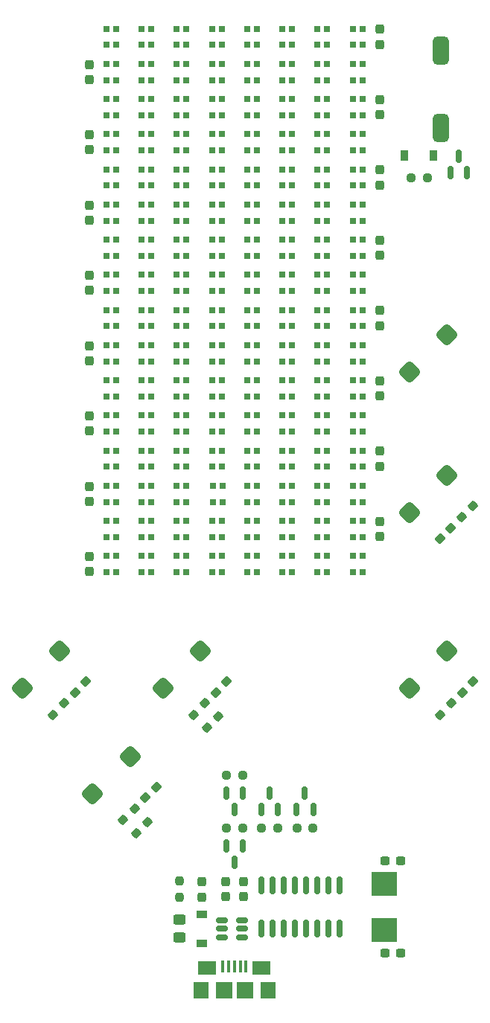
<source format=gbr>
%TF.GenerationSoftware,KiCad,Pcbnew,(6.0.7)*%
%TF.CreationDate,2022-10-04T23:40:54+03:00*%
%TF.ProjectId,ESP8266Tetris,45535038-3236-4365-9465-747269732e6b,1.0*%
%TF.SameCoordinates,Original*%
%TF.FileFunction,Paste,Top*%
%TF.FilePolarity,Positive*%
%FSLAX46Y46*%
G04 Gerber Fmt 4.6, Leading zero omitted, Abs format (unit mm)*
G04 Created by KiCad (PCBNEW (6.0.7)) date 2022-10-04 23:40:54*
%MOMM*%
%LPD*%
G01*
G04 APERTURE LIST*
G04 Aperture macros list*
%AMRoundRect*
0 Rectangle with rounded corners*
0 $1 Rounding radius*
0 $2 $3 $4 $5 $6 $7 $8 $9 X,Y pos of 4 corners*
0 Add a 4 corners polygon primitive as box body*
4,1,4,$2,$3,$4,$5,$6,$7,$8,$9,$2,$3,0*
0 Add four circle primitives for the rounded corners*
1,1,$1+$1,$2,$3*
1,1,$1+$1,$4,$5*
1,1,$1+$1,$6,$7*
1,1,$1+$1,$8,$9*
0 Add four rect primitives between the rounded corners*
20,1,$1+$1,$2,$3,$4,$5,0*
20,1,$1+$1,$4,$5,$6,$7,0*
20,1,$1+$1,$6,$7,$8,$9,0*
20,1,$1+$1,$8,$9,$2,$3,0*%
G04 Aperture macros list end*
%ADD10RoundRect,0.237500X0.237500X-0.300000X0.237500X0.300000X-0.237500X0.300000X-0.237500X-0.300000X0*%
%ADD11R,0.700000X0.700000*%
%ADD12RoundRect,0.237500X-0.250000X-0.237500X0.250000X-0.237500X0.250000X0.237500X-0.250000X0.237500X0*%
%ADD13RoundRect,0.237500X-0.237500X0.300000X-0.237500X-0.300000X0.237500X-0.300000X0.237500X0.300000X0*%
%ADD14RoundRect,0.237500X-0.044194X-0.380070X0.380070X0.044194X0.044194X0.380070X-0.380070X-0.044194X0*%
%ADD15RoundRect,0.237500X0.008839X0.344715X-0.344715X-0.008839X-0.008839X-0.344715X0.344715X0.008839X0*%
%ADD16RoundRect,0.150000X-0.512500X-0.150000X0.512500X-0.150000X0.512500X0.150000X-0.512500X0.150000X0*%
%ADD17R,0.400000X1.350000*%
%ADD18R,2.100000X1.600000*%
%ADD19R,1.800000X1.900000*%
%ADD20R,1.900000X1.900000*%
%ADD21RoundRect,0.450000X0.450000X-1.150000X0.450000X1.150000X-0.450000X1.150000X-0.450000X-1.150000X0*%
%ADD22RoundRect,0.150000X0.150000X-0.587500X0.150000X0.587500X-0.150000X0.587500X-0.150000X-0.587500X0*%
%ADD23RoundRect,0.500000X0.000000X-0.707107X0.707107X0.000000X0.000000X0.707107X-0.707107X0.000000X0*%
%ADD24RoundRect,0.250000X0.450000X-0.325000X0.450000X0.325000X-0.450000X0.325000X-0.450000X-0.325000X0*%
%ADD25RoundRect,0.237500X0.237500X-0.250000X0.237500X0.250000X-0.237500X0.250000X-0.237500X-0.250000X0*%
%ADD26RoundRect,0.150000X0.150000X-0.825000X0.150000X0.825000X-0.150000X0.825000X-0.150000X-0.825000X0*%
%ADD27RoundRect,0.237500X-0.300000X-0.237500X0.300000X-0.237500X0.300000X0.237500X-0.300000X0.237500X0*%
%ADD28RoundRect,0.150000X-0.150000X0.587500X-0.150000X-0.587500X0.150000X-0.587500X0.150000X0.587500X0*%
%ADD29R,0.900000X1.200000*%
%ADD30RoundRect,0.237500X0.237500X-0.287500X0.237500X0.287500X-0.237500X0.287500X-0.237500X-0.287500X0*%
%ADD31RoundRect,0.237500X0.250000X0.237500X-0.250000X0.237500X-0.250000X-0.237500X0.250000X-0.237500X0*%
%ADD32R,3.000000X2.800000*%
%ADD33R,1.200000X0.900000*%
G04 APERTURE END LIST*
D10*
%TO.C,C19*%
X146490000Y-56862500D03*
X146490000Y-55137500D03*
%TD*%
D11*
%TO.C,D103*%
X144540000Y-95085000D03*
X143440000Y-95085000D03*
X143440000Y-96915000D03*
X144540000Y-96915000D03*
%TD*%
%TO.C,D43*%
X140540000Y-63085000D03*
X139440000Y-63085000D03*
X139440000Y-64915000D03*
X140540000Y-64915000D03*
%TD*%
%TO.C,D97*%
X143450000Y-84915000D03*
X144550000Y-84915000D03*
X144550000Y-83085000D03*
X143450000Y-83085000D03*
%TD*%
D12*
%TO.C,R7*%
X129087500Y-130000000D03*
X130912500Y-130000000D03*
%TD*%
D10*
%TO.C,C26*%
X146490000Y-96862500D03*
X146490000Y-95137500D03*
%TD*%
D11*
%TO.C,D7*%
X115440000Y-68915000D03*
X116540000Y-68915000D03*
X116540000Y-67085000D03*
X115440000Y-67085000D03*
%TD*%
%TO.C,D54*%
X127440000Y-60915000D03*
X128540000Y-60915000D03*
X128540000Y-59085000D03*
X127440000Y-59085000D03*
%TD*%
%TO.C,D86*%
X132550000Y-87085000D03*
X131450000Y-87085000D03*
X131450000Y-88915000D03*
X132550000Y-88915000D03*
%TD*%
%TO.C,D5*%
X115440000Y-52915000D03*
X116540000Y-52915000D03*
X116540000Y-51085000D03*
X115440000Y-51085000D03*
%TD*%
%TO.C,D6*%
X116540000Y-55085000D03*
X115440000Y-55085000D03*
X115440000Y-56915000D03*
X116540000Y-56915000D03*
%TD*%
%TO.C,D17*%
X127440000Y-52915000D03*
X128540000Y-52915000D03*
X128540000Y-51085000D03*
X127440000Y-51085000D03*
%TD*%
%TO.C,D26*%
X136540000Y-55085000D03*
X135440000Y-55085000D03*
X135440000Y-56915000D03*
X136540000Y-56915000D03*
%TD*%
D13*
%TO.C,C28*%
X113490000Y-91137500D03*
X113490000Y-92862500D03*
%TD*%
D11*
%TO.C,D4*%
X116550000Y-39085000D03*
X115450000Y-39085000D03*
X115450000Y-40915000D03*
X116550000Y-40915000D03*
%TD*%
%TO.C,D34*%
X144540000Y-55085000D03*
X143440000Y-55085000D03*
X143440000Y-56915000D03*
X144540000Y-56915000D03*
%TD*%
D14*
%TO.C,C15*%
X119890120Y-126609880D03*
X121109880Y-125390120D03*
%TD*%
D11*
%TO.C,D118*%
X127525000Y-92915000D03*
X128625000Y-92915000D03*
X128625000Y-91085000D03*
X127525000Y-91085000D03*
%TD*%
D15*
%TO.C,R20*%
X126645235Y-115854765D03*
X125354765Y-117145235D03*
%TD*%
D11*
%TO.C,D28*%
X140540000Y-39085000D03*
X139440000Y-39085000D03*
X139440000Y-40915000D03*
X140540000Y-40915000D03*
%TD*%
D16*
%TO.C,D2*%
X128612500Y-140550000D03*
X128612500Y-141500000D03*
X128612500Y-142450000D03*
X130887500Y-142450000D03*
X130887500Y-141500000D03*
X130887500Y-140550000D03*
%TD*%
D11*
%TO.C,D127*%
X120540000Y-95085000D03*
X119440000Y-95085000D03*
X119440000Y-96915000D03*
X120540000Y-96915000D03*
%TD*%
%TO.C,D61*%
X120540000Y-47085000D03*
X119440000Y-47085000D03*
X119440000Y-48915000D03*
X120540000Y-48915000D03*
%TD*%
%TO.C,D51*%
X132540000Y-63085000D03*
X131440000Y-63085000D03*
X131440000Y-64915000D03*
X132540000Y-64915000D03*
%TD*%
%TO.C,D123*%
X124540000Y-95085000D03*
X123440000Y-95085000D03*
X123440000Y-96915000D03*
X124540000Y-96915000D03*
%TD*%
%TO.C,D79*%
X123440000Y-100915000D03*
X124540000Y-100915000D03*
X124540000Y-99085000D03*
X123440000Y-99085000D03*
%TD*%
%TO.C,D60*%
X119440000Y-44915000D03*
X120540000Y-44915000D03*
X120540000Y-43085000D03*
X119440000Y-43085000D03*
%TD*%
%TO.C,D108*%
X135440000Y-76915000D03*
X136540000Y-76915000D03*
X136540000Y-75085000D03*
X135440000Y-75085000D03*
%TD*%
%TO.C,D121*%
X124550000Y-79085000D03*
X123450000Y-79085000D03*
X123450000Y-80915000D03*
X124550000Y-80915000D03*
%TD*%
%TO.C,D112*%
X131440000Y-76915000D03*
X132540000Y-76915000D03*
X132540000Y-75085000D03*
X131440000Y-75085000D03*
%TD*%
%TO.C,D9*%
X119440000Y-52915000D03*
X120540000Y-52915000D03*
X120540000Y-51085000D03*
X119440000Y-51085000D03*
%TD*%
%TO.C,D23*%
X131450000Y-68915000D03*
X132550000Y-68915000D03*
X132550000Y-67085000D03*
X131450000Y-67085000D03*
%TD*%
D13*
%TO.C,C31*%
X113490000Y-99137500D03*
X113490000Y-100862500D03*
%TD*%
D11*
%TO.C,D71*%
X115450000Y-100915000D03*
X116550000Y-100915000D03*
X116550000Y-99085000D03*
X115450000Y-99085000D03*
%TD*%
D15*
%TO.C,R22*%
X118645235Y-127854765D03*
X117354765Y-129145235D03*
%TD*%
D13*
%TO.C,C25*%
X113490000Y-83137500D03*
X113490000Y-84862500D03*
%TD*%
D10*
%TO.C,C22*%
X146490000Y-40862500D03*
X146490000Y-39137500D03*
%TD*%
D11*
%TO.C,D29*%
X139440000Y-52915000D03*
X140540000Y-52915000D03*
X140540000Y-51085000D03*
X139440000Y-51085000D03*
%TD*%
D13*
%TO.C,C27*%
X113490000Y-51137500D03*
X113490000Y-52862500D03*
%TD*%
D11*
%TO.C,D58*%
X123440000Y-60915000D03*
X124540000Y-60915000D03*
X124540000Y-59085000D03*
X123440000Y-59085000D03*
%TD*%
%TO.C,D84*%
X132540000Y-71085000D03*
X131440000Y-71085000D03*
X131440000Y-72915000D03*
X132540000Y-72915000D03*
%TD*%
D17*
%TO.C,J1*%
X128700000Y-145825000D03*
X129350000Y-145825000D03*
X130000000Y-145825000D03*
X130650000Y-145825000D03*
X131300000Y-145825000D03*
D18*
X133100000Y-145950000D03*
D19*
X126200000Y-148500000D03*
X133800000Y-148500000D03*
D20*
X128800000Y-148500000D03*
D18*
X126900000Y-145950000D03*
D20*
X131200000Y-148500000D03*
%TD*%
D11*
%TO.C,D36*%
X143440000Y-44915000D03*
X144540000Y-44915000D03*
X144540000Y-43085000D03*
X143440000Y-43085000D03*
%TD*%
D13*
%TO.C,C30*%
X113490000Y-59137500D03*
X113490000Y-60862500D03*
%TD*%
D11*
%TO.C,D95*%
X139440000Y-100915000D03*
X140540000Y-100915000D03*
X140540000Y-99085000D03*
X139440000Y-99085000D03*
%TD*%
%TO.C,D62*%
X119440000Y-60915000D03*
X120540000Y-60915000D03*
X120540000Y-59085000D03*
X119440000Y-59085000D03*
%TD*%
%TO.C,D107*%
X140540000Y-95085000D03*
X139440000Y-95085000D03*
X139440000Y-96915000D03*
X140540000Y-96915000D03*
%TD*%
D21*
%TO.C,BZ1*%
X153500000Y-41600000D03*
X153500000Y-50400000D03*
%TD*%
D11*
%TO.C,D15*%
X123440000Y-68915000D03*
X124540000Y-68915000D03*
X124540000Y-67085000D03*
X123440000Y-67085000D03*
%TD*%
%TO.C,D111*%
X136540000Y-95085000D03*
X135440000Y-95085000D03*
X135440000Y-96915000D03*
X136540000Y-96915000D03*
%TD*%
%TO.C,D46*%
X135440000Y-60915000D03*
X136540000Y-60915000D03*
X136540000Y-59085000D03*
X135440000Y-59085000D03*
%TD*%
%TO.C,D31*%
X139440000Y-68915000D03*
X140540000Y-68915000D03*
X140540000Y-67085000D03*
X139440000Y-67085000D03*
%TD*%
D22*
%TO.C,Q3*%
X133050000Y-127937500D03*
X134950000Y-127937500D03*
X134000000Y-126062500D03*
%TD*%
D14*
%TO.C,C16*%
X153390120Y-97109880D03*
X154609880Y-95890120D03*
%TD*%
D11*
%TO.C,D21*%
X131440000Y-52915000D03*
X132540000Y-52915000D03*
X132540000Y-51085000D03*
X131440000Y-51085000D03*
%TD*%
D23*
%TO.C,SW3*%
X121878680Y-114121320D03*
X126121320Y-109878680D03*
%TD*%
D11*
%TO.C,D114*%
X131440000Y-92915000D03*
X132540000Y-92915000D03*
X132540000Y-91085000D03*
X131440000Y-91085000D03*
%TD*%
%TO.C,D30*%
X140540000Y-55085000D03*
X139440000Y-55085000D03*
X139440000Y-56915000D03*
X140540000Y-56915000D03*
%TD*%
%TO.C,D100*%
X143440000Y-76915000D03*
X144540000Y-76915000D03*
X144540000Y-75085000D03*
X143440000Y-75085000D03*
%TD*%
%TO.C,D57*%
X124540000Y-47085000D03*
X123440000Y-47085000D03*
X123440000Y-48915000D03*
X124540000Y-48915000D03*
%TD*%
%TO.C,D106*%
X139440000Y-92915000D03*
X140540000Y-92915000D03*
X140540000Y-91085000D03*
X139440000Y-91085000D03*
%TD*%
D24*
%TO.C,D3*%
X123750000Y-142525000D03*
X123750000Y-140475000D03*
%TD*%
D11*
%TO.C,D44*%
X135440000Y-44915000D03*
X136540000Y-44915000D03*
X136540000Y-43085000D03*
X135440000Y-43085000D03*
%TD*%
%TO.C,D49*%
X132540000Y-47085000D03*
X131440000Y-47085000D03*
X131440000Y-48915000D03*
X132540000Y-48915000D03*
%TD*%
%TO.C,D59*%
X124540000Y-63085000D03*
X123440000Y-63085000D03*
X123440000Y-64915000D03*
X124540000Y-64915000D03*
%TD*%
D10*
%TO.C,C21*%
X146490000Y-72862500D03*
X146490000Y-71137500D03*
%TD*%
D25*
%TO.C,R13*%
X123750000Y-137912500D03*
X123750000Y-136087500D03*
%TD*%
D11*
%TO.C,D72*%
X120540000Y-71085000D03*
X119440000Y-71085000D03*
X119440000Y-72915000D03*
X120540000Y-72915000D03*
%TD*%
D13*
%TO.C,C29*%
X113490000Y-67137500D03*
X113490000Y-68862500D03*
%TD*%
D26*
%TO.C,U1*%
X133055000Y-141475000D03*
X134325000Y-141475000D03*
X135595000Y-141475000D03*
X136865000Y-141475000D03*
X138135000Y-141475000D03*
X139405000Y-141475000D03*
X140675000Y-141475000D03*
X141945000Y-141475000D03*
X141945000Y-136525000D03*
X140675000Y-136525000D03*
X139405000Y-136525000D03*
X138135000Y-136525000D03*
X136865000Y-136525000D03*
X135595000Y-136525000D03*
X134325000Y-136525000D03*
X133055000Y-136525000D03*
%TD*%
D11*
%TO.C,D10*%
X120540000Y-55085000D03*
X119440000Y-55085000D03*
X119440000Y-56915000D03*
X120540000Y-56915000D03*
%TD*%
%TO.C,D129*%
X116550000Y-79085000D03*
X115450000Y-79085000D03*
X115450000Y-80915000D03*
X116550000Y-80915000D03*
%TD*%
%TO.C,D96*%
X144540000Y-71085000D03*
X143440000Y-71085000D03*
X143440000Y-72915000D03*
X144540000Y-72915000D03*
%TD*%
%TO.C,D37*%
X144540000Y-47085000D03*
X143440000Y-47085000D03*
X143440000Y-48915000D03*
X144540000Y-48915000D03*
%TD*%
D27*
%TO.C,C1*%
X147137500Y-133750000D03*
X148862500Y-133750000D03*
%TD*%
D11*
%TO.C,D122*%
X123440000Y-92915000D03*
X124540000Y-92915000D03*
X124540000Y-91085000D03*
X123440000Y-91085000D03*
%TD*%
%TO.C,D41*%
X140540000Y-47085000D03*
X139440000Y-47085000D03*
X139440000Y-48915000D03*
X140540000Y-48915000D03*
%TD*%
D15*
%TO.C,R19*%
X154645235Y-115854765D03*
X153354765Y-117145235D03*
%TD*%
D11*
%TO.C,D119*%
X128540000Y-95085000D03*
X127440000Y-95085000D03*
X127440000Y-96915000D03*
X128540000Y-96915000D03*
%TD*%
%TO.C,D120*%
X123440000Y-76915000D03*
X124540000Y-76915000D03*
X124540000Y-75085000D03*
X123440000Y-75085000D03*
%TD*%
%TO.C,D20*%
X132540000Y-39085000D03*
X131440000Y-39085000D03*
X131440000Y-40915000D03*
X132540000Y-40915000D03*
%TD*%
%TO.C,D67*%
X116540000Y-63085000D03*
X115440000Y-63085000D03*
X115440000Y-64915000D03*
X116540000Y-64915000D03*
%TD*%
D23*
%TO.C,SW4*%
X113878680Y-126121320D03*
X118121320Y-121878680D03*
%TD*%
D11*
%TO.C,D115*%
X132540000Y-95085000D03*
X131440000Y-95085000D03*
X131440000Y-96915000D03*
X132540000Y-96915000D03*
%TD*%
%TO.C,D32*%
X144550000Y-39085000D03*
X143450000Y-39085000D03*
X143450000Y-40915000D03*
X144550000Y-40915000D03*
%TD*%
%TO.C,D109*%
X136550000Y-79085000D03*
X135450000Y-79085000D03*
X135450000Y-80915000D03*
X136550000Y-80915000D03*
%TD*%
%TO.C,D55*%
X128540000Y-63085000D03*
X127440000Y-63085000D03*
X127440000Y-64915000D03*
X128540000Y-64915000D03*
%TD*%
D12*
%TO.C,R17*%
X133087500Y-130000000D03*
X134912500Y-130000000D03*
%TD*%
D11*
%TO.C,D93*%
X139450000Y-84915000D03*
X140550000Y-84915000D03*
X140550000Y-83085000D03*
X139450000Y-83085000D03*
%TD*%
D10*
%TO.C,C17*%
X146490000Y-88862500D03*
X146490000Y-87137500D03*
%TD*%
D11*
%TO.C,D75*%
X119440000Y-100915000D03*
X120540000Y-100915000D03*
X120540000Y-99085000D03*
X119440000Y-99085000D03*
%TD*%
%TO.C,D76*%
X124540000Y-71085000D03*
X123440000Y-71085000D03*
X123440000Y-72915000D03*
X124540000Y-72915000D03*
%TD*%
%TO.C,D48*%
X131440000Y-44915000D03*
X132540000Y-44915000D03*
X132540000Y-43085000D03*
X131440000Y-43085000D03*
%TD*%
D14*
%TO.C,C13*%
X111890120Y-114609880D03*
X113109880Y-113390120D03*
%TD*%
D11*
%TO.C,D63*%
X120540000Y-63085000D03*
X119440000Y-63085000D03*
X119440000Y-64915000D03*
X120540000Y-64915000D03*
%TD*%
D13*
%TO.C,C32*%
X113490000Y-75137500D03*
X113490000Y-76862500D03*
%TD*%
D11*
%TO.C,D11*%
X119440000Y-68915000D03*
X120540000Y-68915000D03*
X120540000Y-67085000D03*
X119440000Y-67085000D03*
%TD*%
D28*
%TO.C,Q1*%
X130950000Y-126062500D03*
X129050000Y-126062500D03*
X130000000Y-127937500D03*
%TD*%
D11*
%TO.C,D88*%
X136540000Y-71085000D03*
X135440000Y-71085000D03*
X135440000Y-72915000D03*
X136540000Y-72915000D03*
%TD*%
%TO.C,D94*%
X140550000Y-87085000D03*
X139450000Y-87085000D03*
X139450000Y-88915000D03*
X140550000Y-88915000D03*
%TD*%
D23*
%TO.C,SW1*%
X149878680Y-114121320D03*
X154121320Y-109878680D03*
%TD*%
D11*
%TO.C,D125*%
X120550000Y-79085000D03*
X119450000Y-79085000D03*
X119450000Y-80915000D03*
X120550000Y-80915000D03*
%TD*%
D23*
%TO.C,SW6*%
X149878680Y-78121320D03*
X154121320Y-73878680D03*
%TD*%
D11*
%TO.C,D22*%
X132540000Y-55085000D03*
X131440000Y-55085000D03*
X131440000Y-56915000D03*
X132540000Y-56915000D03*
%TD*%
D10*
%TO.C,C23*%
X146490000Y-80862500D03*
X146490000Y-79137500D03*
%TD*%
D22*
%TO.C,Q4*%
X137050000Y-127937500D03*
X138950000Y-127937500D03*
X138000000Y-126062500D03*
%TD*%
D11*
%TO.C,D33*%
X143440000Y-52915000D03*
X144540000Y-52915000D03*
X144540000Y-51085000D03*
X143440000Y-51085000D03*
%TD*%
D15*
%TO.C,R30*%
X120145235Y-129354765D03*
X118854765Y-130645235D03*
%TD*%
D11*
%TO.C,D104*%
X139440000Y-76915000D03*
X140540000Y-76915000D03*
X140540000Y-75085000D03*
X139440000Y-75085000D03*
%TD*%
%TO.C,D18*%
X128540000Y-55085000D03*
X127440000Y-55085000D03*
X127440000Y-56915000D03*
X128540000Y-56915000D03*
%TD*%
%TO.C,D65*%
X116540000Y-47085000D03*
X115440000Y-47085000D03*
X115440000Y-48915000D03*
X116540000Y-48915000D03*
%TD*%
%TO.C,D74*%
X120550000Y-87085000D03*
X119450000Y-87085000D03*
X119450000Y-88915000D03*
X120550000Y-88915000D03*
%TD*%
%TO.C,D47*%
X136540000Y-63085000D03*
X135440000Y-63085000D03*
X135440000Y-64915000D03*
X136540000Y-64915000D03*
%TD*%
%TO.C,D24*%
X136540000Y-39085000D03*
X135440000Y-39085000D03*
X135440000Y-40915000D03*
X136540000Y-40915000D03*
%TD*%
%TO.C,D69*%
X115450000Y-84915000D03*
X116550000Y-84915000D03*
X116550000Y-83085000D03*
X115450000Y-83085000D03*
%TD*%
%TO.C,D13*%
X123440000Y-52915000D03*
X124540000Y-52915000D03*
X124540000Y-51085000D03*
X123440000Y-51085000D03*
%TD*%
%TO.C,D78*%
X124550000Y-87085000D03*
X123450000Y-87085000D03*
X123450000Y-88915000D03*
X124550000Y-88915000D03*
%TD*%
%TO.C,D85*%
X131450000Y-84915000D03*
X132550000Y-84915000D03*
X132550000Y-83085000D03*
X131450000Y-83085000D03*
%TD*%
%TO.C,D87*%
X131440000Y-100915000D03*
X132540000Y-100915000D03*
X132540000Y-99085000D03*
X131440000Y-99085000D03*
%TD*%
%TO.C,D19*%
X127450000Y-68915000D03*
X128550000Y-68915000D03*
X128550000Y-67085000D03*
X127450000Y-67085000D03*
%TD*%
%TO.C,D73*%
X119450000Y-84915000D03*
X120550000Y-84915000D03*
X120550000Y-83085000D03*
X119450000Y-83085000D03*
%TD*%
%TO.C,D40*%
X139440000Y-44915000D03*
X140540000Y-44915000D03*
X140540000Y-43085000D03*
X139440000Y-43085000D03*
%TD*%
%TO.C,D70*%
X116550000Y-87085000D03*
X115450000Y-87085000D03*
X115450000Y-88915000D03*
X116550000Y-88915000D03*
%TD*%
%TO.C,D101*%
X144550000Y-79085000D03*
X143450000Y-79085000D03*
X143450000Y-80915000D03*
X144550000Y-80915000D03*
%TD*%
D12*
%TO.C,R26*%
X150087500Y-56000000D03*
X151912500Y-56000000D03*
%TD*%
D11*
%TO.C,D14*%
X124540000Y-55085000D03*
X123440000Y-55085000D03*
X123440000Y-56915000D03*
X124540000Y-56915000D03*
%TD*%
%TO.C,D27*%
X135450000Y-68915000D03*
X136550000Y-68915000D03*
X136550000Y-67085000D03*
X135450000Y-67085000D03*
%TD*%
%TO.C,D130*%
X115440000Y-92915000D03*
X116540000Y-92915000D03*
X116540000Y-91085000D03*
X115440000Y-91085000D03*
%TD*%
D29*
%TO.C,D132*%
X149350000Y-53500000D03*
X152650000Y-53500000D03*
%TD*%
D28*
%TO.C,Q2*%
X130950000Y-132062500D03*
X129050000Y-132062500D03*
X130000000Y-133937500D03*
%TD*%
D11*
%TO.C,D82*%
X128550000Y-87085000D03*
X127450000Y-87085000D03*
X127450000Y-88915000D03*
X128550000Y-88915000D03*
%TD*%
%TO.C,D131*%
X116540000Y-95085000D03*
X115440000Y-95085000D03*
X115440000Y-96915000D03*
X116540000Y-96915000D03*
%TD*%
%TO.C,D56*%
X123440000Y-44915000D03*
X124540000Y-44915000D03*
X124540000Y-43085000D03*
X123440000Y-43085000D03*
%TD*%
%TO.C,D126*%
X119440000Y-92915000D03*
X120540000Y-92915000D03*
X120540000Y-91085000D03*
X119440000Y-91085000D03*
%TD*%
D27*
%TO.C,C2*%
X147137500Y-144250000D03*
X148862500Y-144250000D03*
%TD*%
D30*
%TO.C,FB1*%
X126250000Y-137875000D03*
X126250000Y-136125000D03*
%TD*%
D11*
%TO.C,D90*%
X136550000Y-87085000D03*
X135450000Y-87085000D03*
X135450000Y-88915000D03*
X136550000Y-88915000D03*
%TD*%
D31*
%TO.C,R1*%
X130912500Y-124000000D03*
X129087500Y-124000000D03*
%TD*%
%TO.C,R15*%
X138912500Y-130000000D03*
X137087500Y-130000000D03*
%TD*%
D32*
%TO.C,Y1*%
X147000000Y-136400000D03*
X147000000Y-141600000D03*
%TD*%
D11*
%TO.C,D113*%
X132550000Y-79085000D03*
X131450000Y-79085000D03*
X131450000Y-80915000D03*
X132550000Y-80915000D03*
%TD*%
%TO.C,D52*%
X127440000Y-44915000D03*
X128540000Y-44915000D03*
X128540000Y-43085000D03*
X127440000Y-43085000D03*
%TD*%
D15*
%TO.C,R28*%
X128145235Y-117354765D03*
X126854765Y-118645235D03*
%TD*%
D11*
%TO.C,D83*%
X127440000Y-100915000D03*
X128540000Y-100915000D03*
X128540000Y-99085000D03*
X127440000Y-99085000D03*
%TD*%
%TO.C,D117*%
X128550000Y-79085000D03*
X127450000Y-79085000D03*
X127450000Y-80915000D03*
X128550000Y-80915000D03*
%TD*%
D23*
%TO.C,SW2*%
X105878680Y-114121320D03*
X110121320Y-109878680D03*
%TD*%
D11*
%TO.C,D42*%
X139440000Y-60915000D03*
X140540000Y-60915000D03*
X140540000Y-59085000D03*
X139440000Y-59085000D03*
%TD*%
%TO.C,D89*%
X135450000Y-84915000D03*
X136550000Y-84915000D03*
X136550000Y-83085000D03*
X135450000Y-83085000D03*
%TD*%
%TO.C,D16*%
X128540000Y-39085000D03*
X127440000Y-39085000D03*
X127440000Y-40915000D03*
X128540000Y-40915000D03*
%TD*%
D33*
%TO.C,D1*%
X126250000Y-139850000D03*
X126250000Y-143150000D03*
%TD*%
D11*
%TO.C,D116*%
X127440000Y-76915000D03*
X128540000Y-76915000D03*
X128540000Y-75085000D03*
X127440000Y-75085000D03*
%TD*%
%TO.C,D12*%
X124540000Y-39085000D03*
X123440000Y-39085000D03*
X123440000Y-40915000D03*
X124540000Y-40915000D03*
%TD*%
D13*
%TO.C,C6*%
X129000000Y-136137500D03*
X129000000Y-137862500D03*
%TD*%
D11*
%TO.C,D25*%
X135440000Y-52915000D03*
X136540000Y-52915000D03*
X136540000Y-51085000D03*
X135440000Y-51085000D03*
%TD*%
%TO.C,D64*%
X115440000Y-44915000D03*
X116540000Y-44915000D03*
X116540000Y-43085000D03*
X115440000Y-43085000D03*
%TD*%
D22*
%TO.C,Q5*%
X154550000Y-55437500D03*
X156450000Y-55437500D03*
X155500000Y-53562500D03*
%TD*%
D11*
%TO.C,D35*%
X143440000Y-68915000D03*
X144540000Y-68915000D03*
X144540000Y-67085000D03*
X143440000Y-67085000D03*
%TD*%
%TO.C,D45*%
X136540000Y-47085000D03*
X135440000Y-47085000D03*
X135440000Y-48915000D03*
X136540000Y-48915000D03*
%TD*%
%TO.C,D53*%
X128540000Y-47085000D03*
X127440000Y-47085000D03*
X127440000Y-48915000D03*
X128540000Y-48915000D03*
%TD*%
D13*
%TO.C,C18*%
X113490000Y-43137500D03*
X113490000Y-44862500D03*
%TD*%
D11*
%TO.C,D66*%
X115440000Y-60915000D03*
X116540000Y-60915000D03*
X116540000Y-59085000D03*
X115440000Y-59085000D03*
%TD*%
D23*
%TO.C,SW5*%
X149878680Y-94121320D03*
X154121320Y-89878680D03*
%TD*%
D11*
%TO.C,D91*%
X135440000Y-100915000D03*
X136540000Y-100915000D03*
X136540000Y-99085000D03*
X135440000Y-99085000D03*
%TD*%
%TO.C,D98*%
X144550000Y-87085000D03*
X143450000Y-87085000D03*
X143450000Y-88915000D03*
X144550000Y-88915000D03*
%TD*%
%TO.C,D77*%
X123450000Y-84915000D03*
X124550000Y-84915000D03*
X124550000Y-83085000D03*
X123450000Y-83085000D03*
%TD*%
%TO.C,D110*%
X135440000Y-92915000D03*
X136540000Y-92915000D03*
X136540000Y-91085000D03*
X135440000Y-91085000D03*
%TD*%
D10*
%TO.C,C20*%
X146490000Y-48862500D03*
X146490000Y-47137500D03*
%TD*%
D11*
%TO.C,D80*%
X128540000Y-71085000D03*
X127440000Y-71085000D03*
X127440000Y-72915000D03*
X128540000Y-72915000D03*
%TD*%
D14*
%TO.C,C12*%
X155890120Y-114609880D03*
X157109880Y-113390120D03*
%TD*%
D11*
%TO.C,D81*%
X127450000Y-84915000D03*
X128550000Y-84915000D03*
X128550000Y-83085000D03*
X127450000Y-83085000D03*
%TD*%
%TO.C,D39*%
X144540000Y-63085000D03*
X143440000Y-63085000D03*
X143440000Y-64915000D03*
X144540000Y-64915000D03*
%TD*%
D13*
%TO.C,C7*%
X131000000Y-136137500D03*
X131000000Y-137862500D03*
%TD*%
D11*
%TO.C,D50*%
X131440000Y-60915000D03*
X132540000Y-60915000D03*
X132540000Y-59085000D03*
X131440000Y-59085000D03*
%TD*%
%TO.C,D102*%
X143440000Y-92915000D03*
X144540000Y-92915000D03*
X144540000Y-91085000D03*
X143440000Y-91085000D03*
%TD*%
%TO.C,D8*%
X120540000Y-39085000D03*
X119440000Y-39085000D03*
X119440000Y-40915000D03*
X120540000Y-40915000D03*
%TD*%
%TO.C,D105*%
X140550000Y-79085000D03*
X139450000Y-79085000D03*
X139450000Y-80915000D03*
X140550000Y-80915000D03*
%TD*%
D10*
%TO.C,C24*%
X146490000Y-64862500D03*
X146490000Y-63137500D03*
%TD*%
D14*
%TO.C,C14*%
X127890120Y-114609880D03*
X129109880Y-113390120D03*
%TD*%
D11*
%TO.C,D38*%
X143440000Y-60915000D03*
X144540000Y-60915000D03*
X144540000Y-59085000D03*
X143440000Y-59085000D03*
%TD*%
%TO.C,D68*%
X116540000Y-71085000D03*
X115440000Y-71085000D03*
X115440000Y-72915000D03*
X116540000Y-72915000D03*
%TD*%
%TO.C,D92*%
X140540000Y-71085000D03*
X139440000Y-71085000D03*
X139440000Y-72915000D03*
X140540000Y-72915000D03*
%TD*%
%TO.C,D128*%
X115440000Y-76915000D03*
X116540000Y-76915000D03*
X116540000Y-75085000D03*
X115440000Y-75085000D03*
%TD*%
%TO.C,D124*%
X119440000Y-76915000D03*
X120540000Y-76915000D03*
X120540000Y-75085000D03*
X119440000Y-75085000D03*
%TD*%
D15*
%TO.C,R33*%
X157145235Y-93354765D03*
X155854765Y-94645235D03*
%TD*%
%TO.C,R18*%
X110645235Y-115854765D03*
X109354765Y-117145235D03*
%TD*%
D11*
%TO.C,D99*%
X143450000Y-100915000D03*
X144550000Y-100915000D03*
X144550000Y-99085000D03*
X143450000Y-99085000D03*
%TD*%
M02*

</source>
